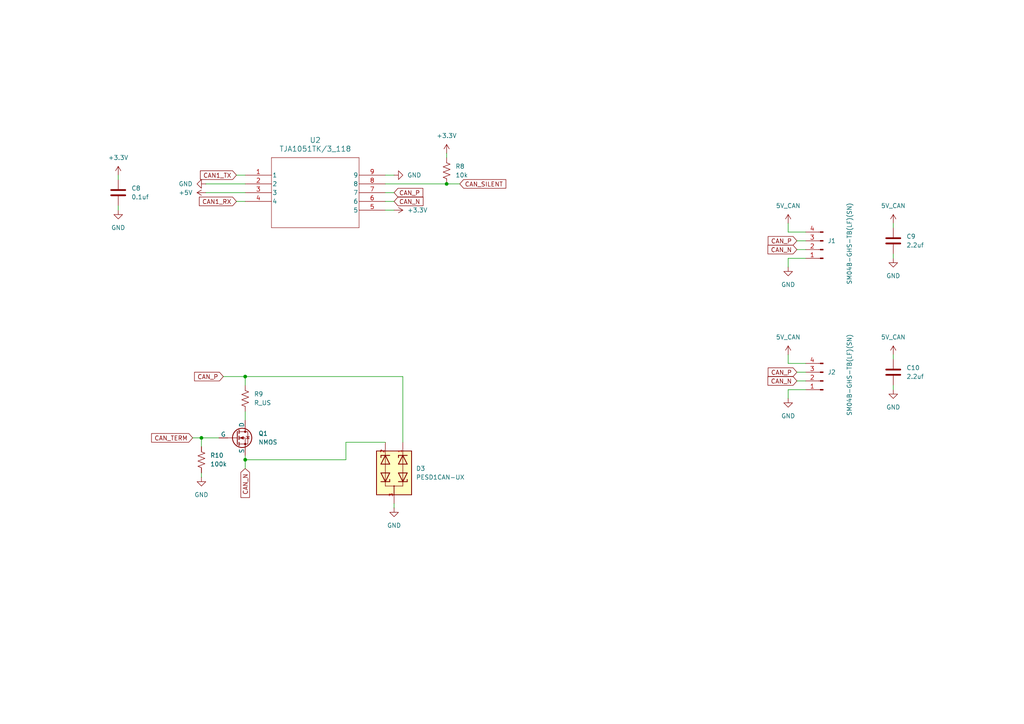
<source format=kicad_sch>
(kicad_sch (version 20250114) (generator "eeschema") (generator_version "9.0")
  (paper "A4")
  (lib_symbols
    (symbol "Connector:Conn_01x04_Pin" (pin_names (offset 1.016) (hide yes))
      (property "Reference" "J" (at 0 5.08 0))
      (property "Value" "Conn_01x04_Pin" (at 0 -7.62 0))
      (symbol "Conn_01x04_Pin_1_1"
        (rectangle (start 0.8636 2.667) (end 0 2.413) (stroke (width 0.1524)) (fill (type outline)))
        (rectangle (start 0.8636 0.127) (end 0 -0.127) (stroke (width 0.1524)) (fill (type outline)))
        (rectangle (start 0.8636 -2.413) (end 0 -2.667) (stroke (width 0.1524)) (fill (type outline)))
        (rectangle (start 0.8636 -4.953) (end 0 -5.207) (stroke (width 0.1524)) (fill (type outline)))
        (polyline (pts (xy 1.27 2.54) (xy 0.8636 2.54)) (stroke (width 0.1524)))
        (polyline (pts (xy 1.27 0) (xy 0.8636 0)) (stroke (width 0.1524)))
        (polyline (pts (xy 1.27 -2.54) (xy 0.8636 -2.54)) (stroke (width 0.1524)))
        (polyline (pts (xy 1.27 -5.08) (xy 0.8636 -5.08)) (stroke (width 0.1524)))
        (pin passive line (at 5.08 2.54 180) (length 3.81) (name "Pin_1") (number "1"))
        (pin passive line (at 5.08 0 180) (length 3.81) (name "Pin_2") (number "2"))
        (pin passive line (at 5.08 -2.54 180) (length 3.81) (name "Pin_3") (number "3"))
        (pin passive line (at 5.08 -5.08 180) (length 3.81) (name "Pin_4") (number "4"))
      )
    )
    (symbol "Device:C" (pin_numbers (hide yes)) (pin_names (offset 0.254))
      (property "Reference" "C" (at 0.635 2.54 0))
      (property "Value" "C" (at 0.635 -2.54 0))
      (symbol "C_0_1"
        (polyline (pts (xy -2.032 0.762) (xy 2.032 0.762)) (stroke (width 0.508)))
        (polyline (pts (xy -2.032 -0.762) (xy 2.032 -0.762)) (stroke (width 0.508)))
      )
      (symbol "C_1_1"
        (pin passive line (at 0 3.81 270) (length 2.794) (name "~") (number "1"))
        (pin passive line (at 0 -3.81 90) (length 2.794) (name "~") (number "2"))
      )
    )
    (symbol "Device:R_US" (pin_numbers (hide yes)) (pin_names (offset 0))
      (property "Reference" "R" (at 2.54 0 90))
      (property "Value" "R_US" (at -2.54 0 90))
      (symbol "R_US_0_1"
        (polyline (pts (xy 0 2.286) (xy 0 2.54)))
        (polyline (pts (xy 0 2.286) (xy 1.016 1.905) (xy 0 1.524) (xy -1.016 1.143) (xy 0 0.762)))
        (polyline (pts (xy 0 0.762) (xy 1.016 0.381) (xy 0 0) (xy -1.016 -0.381) (xy 0 -0.762)))
        (polyline (pts (xy 0 -0.762) (xy 1.016 -1.143) (xy 0 -1.524) (xy -1.016 -1.905) (xy 0 -2.286)))
        (polyline (pts (xy 0 -2.286) (xy 0 -2.54)))
      )
      (symbol "R_US_1_1"
        (pin passive line (at 0 3.81 270) (length 1.27) (name "~") (number "1"))
        (pin passive line (at 0 -3.81 90) (length 1.27) (name "~") (number "2"))
      )
    )
    (symbol "PESD1CAN-UX:PESD1CAN-UX" (pin_names (offset 1.016))
      (property "Reference" "D" (at -5.08 5.842 0))
      (property "Value" "PESD1CAN-UX" (at -5.08 -7.62 0))
      (symbol "PESD1CAN-UX_0_0"
        (rectangle (start -5.08 -5.08) (end 7.62 5.08) (stroke (width 0.254)) (fill (type background)))
        (polyline (pts (xy -3.81 2.54) (xy -3.81 3.81)) (stroke (width 0.254)))
        (polyline (pts (xy -3.81 2.54) (xy -1.27 1.27)) (stroke (width 0.254)))
        (polyline (pts (xy -3.81 1.27) (xy -3.81 2.54)) (stroke (width 0.254)))
        (polyline (pts (xy -3.81 -2.54) (xy -3.81 -1.27)) (stroke (width 0.254)))
        (polyline (pts (xy -3.81 -2.54) (xy -1.27 -3.81)) (stroke (width 0.254)))
        (polyline (pts (xy -3.81 -3.81) (xy -3.81 -2.54)) (stroke (width 0.254)))
        (polyline (pts (xy -3.175 1.27) (xy -3.81 1.27)) (stroke (width 0.254)))
        (polyline (pts (xy -3.175 -3.81) (xy -3.81 -3.81)) (stroke (width 0.254)))
        (polyline (pts (xy -2.54 2.54) (xy 5.08 2.54)) (stroke (width 0.1524)))
        (polyline (pts (xy -1.27 3.81) (xy -3.81 2.54)) (stroke (width 0.254)))
        (polyline (pts (xy -1.27 1.27) (xy -1.27 3.81)) (stroke (width 0.254)))
        (polyline (pts (xy -1.27 -1.27) (xy -3.81 -2.54)) (stroke (width 0.254)))
        (polyline (pts (xy -1.27 -3.81) (xy -1.27 -1.27)) (stroke (width 0.254)))
        (polyline (pts (xy 1.27 3.81) (xy 3.81 2.54)) (stroke (width 0.254)))
        (polyline (pts (xy 1.27 1.27) (xy 1.27 3.81)) (stroke (width 0.254)))
        (polyline (pts (xy 1.27 -1.27) (xy 3.81 -2.54)) (stroke (width 0.254)))
        (polyline (pts (xy 1.27 -3.81) (xy 1.27 -1.27)) (stroke (width 0.254)))
        (polyline (pts (xy 3.175 3.81) (xy 3.81 3.81)) (stroke (width 0.254)))
        (polyline (pts (xy 3.175 -1.27) (xy 3.81 -1.27)) (stroke (width 0.254)))
        (polyline (pts (xy 3.81 2.54) (xy 1.27 1.27)) (stroke (width 0.254)))
        (polyline (pts (xy 3.81 2.54) (xy 3.81 3.81)) (stroke (width 0.254)))
        (polyline (pts (xy 3.81 1.27) (xy 3.81 2.54)) (stroke (width 0.254)))
        (polyline (pts (xy 3.81 -2.54) (xy 1.27 -3.81)) (stroke (width 0.254)))
        (polyline (pts (xy 3.81 -2.54) (xy 3.81 -1.27)) (stroke (width 0.254)))
        (polyline (pts (xy 3.81 -3.81) (xy 3.81 -2.54)) (stroke (width 0.254)))
        (polyline (pts (xy 5.08 2.54) (xy 5.08 0)) (stroke (width 0.1524)))
        (polyline (pts (xy 5.08 0) (xy 5.08 -2.54)) (stroke (width 0.1524)))
        (polyline (pts (xy 5.08 0) (xy 7.62 0)) (stroke (width 0.1524)))
        (circle (center 5.08 0) (radius 0.1016) (stroke (width 0.2032)))
        (polyline (pts (xy 5.08 -2.54) (xy -2.54 -2.54)) (stroke (width 0.1524)))
        (pin passive line (at -7.62 2.54 0) (length 5.08) (name "~") (number "1"))
        (pin passive line (at -7.62 -2.54 0) (length 5.08) (name "~") (number "2"))
        (pin passive line (at 10.16 0 180) (length 5.08) (name "~") (number "3"))
      )
    )
    (symbol "Simulation_SPICE:NMOS" (pin_numbers (hide yes)) (pin_names (offset 0))
      (property "Reference" "Q" (at 5.08 1.27 0))
      (property "Value" "NMOS" (at 5.08 -1.27 0))
      (symbol "NMOS_0_1"
        (polyline (pts (xy 0.254 1.905) (xy 0.254 -1.905)) (stroke (width 0.254)))
        (polyline (pts (xy 0.254 0) (xy -2.54 0)))
        (polyline (pts (xy 0.762 2.286) (xy 0.762 1.27)) (stroke (width 0.254)))
        (polyline (pts (xy 0.762 0.508) (xy 0.762 -0.508)) (stroke (width 0.254)))
        (polyline (pts (xy 0.762 -1.27) (xy 0.762 -2.286)) (stroke (width 0.254)))
        (polyline (pts (xy 0.762 -1.778) (xy 3.302 -1.778) (xy 3.302 1.778) (xy 0.762 1.778)))
        (polyline (pts (xy 1.016 0) (xy 2.032 0.381) (xy 2.032 -0.381) (xy 1.016 0)) (fill (type outline)))
        (circle (center 1.651 0) (radius 2.794) (stroke (width 0.254)))
        (polyline (pts (xy 2.54 2.54) (xy 2.54 1.778)))
        (circle (center 2.54 1.778) (radius 0.254) (fill (type outline)))
        (circle (center 2.54 -1.778) (radius 0.254) (fill (type outline)))
        (polyline (pts (xy 2.54 -2.54) (xy 2.54 0) (xy 0.762 0)))
        (polyline (pts (xy 2.794 0.508) (xy 2.921 0.381) (xy 3.683 0.381) (xy 3.81 0.254)))
        (polyline (pts (xy 3.302 0.381) (xy 2.921 -0.254) (xy 3.683 -0.254) (xy 3.302 0.381)))
      )
      (symbol "NMOS_1_1"
        (pin input line (at -5.08 0 0) (length 2.54) (name "G") (number "2"))
        (pin passive line (at 2.54 5.08 270) (length 2.54) (name "D") (number "1"))
        (pin passive line (at 2.54 -5.08 90) (length 2.54) (name "S") (number "3"))
      )
    )
    (symbol "TJA1051TK_3_118:TJA1051TK_3_118" (pin_names (offset 0.254))
      (property "Reference" "U" (at 20.32 10.16 0))
      (property "Value" "TJA1051TK/3_118" (at 20.32 7.62 0))
      (symbol "TJA1051TK_3_118_0_1"
        (polyline (pts (xy 7.62 5.08) (xy 7.62 -15.24)) (stroke (width 0.127)))
        (polyline (pts (xy 7.62 -15.24) (xy 33.02 -15.24)) (stroke (width 0.127)))
        (polyline (pts (xy 33.02 5.08) (xy 7.62 5.08)) (stroke (width 0.127)))
        (polyline (pts (xy 33.02 -15.24) (xy 33.02 5.08)) (stroke (width 0.127)))
        (pin unspecified line (at 0 0 0) (length 7.62) (name "1") (number "1"))
        (pin unspecified line (at 0 -2.54 0) (length 7.62) (name "2") (number "2"))
        (pin unspecified line (at 0 -5.08 0) (length 7.62) (name "3") (number "3"))
        (pin unspecified line (at 0 -7.62 0) (length 7.62) (name "4") (number "4"))
        (pin unspecified line (at 40.64 0 180) (length 7.62) (name "9") (number "9"))
        (pin unspecified line (at 40.64 -2.54 180) (length 7.62) (name "8") (number "8"))
        (pin unspecified line (at 40.64 -5.08 180) (length 7.62) (name "7") (number "7"))
        (pin unspecified line (at 40.64 -7.62 180) (length 7.62) (name "6") (number "6"))
        (pin unspecified line (at 40.64 -10.16 180) (length 7.62) (name "5") (number "5"))
      )
    )
    (symbol "power:+3.3V" (power) (pin_numbers (hide yes)) (pin_names (offset 0) (hide yes))
      (property "Value" "+3.3V" (at 0 3.556 0))
      (symbol "+3.3V_0_1"
        (polyline (pts (xy -0.762 1.27) (xy 0 2.54)))
        (polyline (pts (xy 0 2.54) (xy 0.762 1.27)))
        (polyline (pts (xy 0 0) (xy 0 2.54)))
      )
      (symbol "+3.3V_1_1"
        (pin power_in line (at 0 0 90) (length 0) (name "~") (number "1"))
      )
    )
    (symbol "power:+5V" (power) (pin_numbers (hide yes)) (pin_names (offset 0) (hide yes))
      (property "Value" "+5V" (at 0 3.556 0))
      (symbol "+5V_0_1"
        (polyline (pts (xy -0.762 1.27) (xy 0 2.54)))
        (polyline (pts (xy 0 2.54) (xy 0.762 1.27)))
        (polyline (pts (xy 0 0) (xy 0 2.54)))
      )
      (symbol "+5V_1_1"
        (pin power_in line (at 0 0 90) (length 0) (name "~") (number "1"))
      )
    )
    (symbol "power:GND" (power) (pin_numbers (hide yes)) (pin_names (offset 0) (hide yes))
      (property "Value" "GND" (at 0 -3.81 0))
      (symbol "GND_0_1"
        (polyline (pts (xy 0 0) (xy 0 -1.27) (xy 1.27 -1.27) (xy 0 -2.54) (xy -1.27 -1.27) (xy 0 -1.27)))
      )
      (symbol "GND_1_1"
        (pin power_in line (at 0 0 270) (length 0) (name "~") (number "1"))
      )
    )
  )
  (junction (at 129.54 53.34))
  (junction (at 71.12 109.22))
  (junction (at 71.12 133.35))
  (junction (at 58.42 127))
  (wire (pts (xy 228.6 115.57) (xy 228.6 113.03)))
  (wire (pts (xy 111.76 53.34) (xy 129.54 53.34)))
  (wire (pts (xy 58.42 129.54) (xy 58.42 127)))
  (wire (pts (xy 111.76 128.27) (xy 100.33 128.27)))
  (wire (pts (xy 71.12 132.08) (xy 71.12 133.35)))
  (wire (pts (xy 59.69 53.34) (xy 71.12 53.34)))
  (wire (pts (xy 228.6 113.03) (xy 233.68 113.03)))
  (wire (pts (xy 231.14 69.85) (xy 233.68 69.85)))
  (wire (pts (xy 116.84 109.22) (xy 71.12 109.22)))
  (wire (pts (xy 228.6 74.93) (xy 233.68 74.93)))
  (wire (pts (xy 228.6 64.77) (xy 228.6 67.31)))
  (wire (pts (xy 71.12 109.22) (xy 71.12 111.76)))
  (wire (pts (xy 228.6 102.87) (xy 228.6 105.41)))
  (wire (pts (xy 64.77 109.22) (xy 71.12 109.22)))
  (wire (pts (xy 259.08 73.66) (xy 259.08 74.93)))
  (wire (pts (xy 259.08 111.76) (xy 259.08 113.03)))
  (wire (pts (xy 100.33 128.27) (xy 100.33 133.35)))
  (wire (pts (xy 116.84 128.27) (xy 116.84 109.22)))
  (wire (pts (xy 114.3 146.05) (xy 114.3 147.32)))
  (wire (pts (xy 59.69 55.88) (xy 71.12 55.88)))
  (wire (pts (xy 231.14 107.95) (xy 233.68 107.95)))
  (wire (pts (xy 259.08 64.77) (xy 259.08 66.04)))
  (wire (pts (xy 111.76 60.96) (xy 114.3 60.96)))
  (wire (pts (xy 34.29 50.8) (xy 34.29 52.07)))
  (wire (pts (xy 228.6 77.47) (xy 228.6 74.93)))
  (wire (pts (xy 68.58 58.42) (xy 71.12 58.42)))
  (wire (pts (xy 129.54 53.34) (xy 133.35 53.34)))
  (wire (pts (xy 71.12 133.35) (xy 71.12 135.89)))
  (wire (pts (xy 228.6 67.31) (xy 233.68 67.31)))
  (wire (pts (xy 68.58 50.8) (xy 71.12 50.8)))
  (wire (pts (xy 71.12 119.38) (xy 71.12 121.92)))
  (wire (pts (xy 111.76 58.42) (xy 114.3 58.42)))
  (wire (pts (xy 129.54 44.45) (xy 129.54 45.72)))
  (wire (pts (xy 231.14 110.49) (xy 233.68 110.49)))
  (wire (pts (xy 100.33 133.35) (xy 71.12 133.35)))
  (wire (pts (xy 228.6 105.41) (xy 233.68 105.41)))
  (wire (pts (xy 231.14 72.39) (xy 233.68 72.39)))
  (wire (pts (xy 259.08 102.87) (xy 259.08 104.14)))
  (wire (pts (xy 58.42 127) (xy 63.5 127)))
  (wire (pts (xy 55.88 127) (xy 58.42 127)))
  (wire (pts (xy 58.42 137.16) (xy 58.42 138.43)))
  (wire (pts (xy 34.29 59.69) (xy 34.29 60.96)))
  (wire (pts (xy 111.76 50.8) (xy 114.3 50.8)))
  (wire (pts (xy 111.76 55.88) (xy 114.3 55.88)))
  (global_label "CAN_P" (shape input) (at 114.3 55.88 0) (property "Intersheetrefs" "${INTERSHEET_REFS}" (effects (hide yes))))
  (global_label "CAN_N" (shape input) (at 71.12 135.89 270) (property "Intersheetrefs" "${INTERSHEET_REFS}" (effects (hide yes))))
  (global_label "CAN_TERM" (shape input) (at 55.88 127 180) (property "Intersheetrefs" "${INTERSHEET_REFS}" (effects (hide yes))))
  (global_label "CAN_N" (shape input) (at 231.14 72.39 180) (property "Intersheetrefs" "${INTERSHEET_REFS}" (effects (hide yes))))
  (global_label "CAN_N" (shape input) (at 114.3 58.42 0) (property "Intersheetrefs" "${INTERSHEET_REFS}" (effects (hide yes))))
  (global_label "CAN1_TX" (shape input) (at 68.58 50.8 180) (property "Intersheetrefs" "${INTERSHEET_REFS}" (effects (hide yes))))
  (global_label "CAN1_RX" (shape input) (at 68.58 58.42 180) (property "Intersheetrefs" "${INTERSHEET_REFS}" (effects (hide yes))))
  (global_label "CAN_P" (shape input) (at 64.77 109.22 180) (property "Intersheetrefs" "${INTERSHEET_REFS}" (effects (hide yes))))
  (global_label "CAN_SILENT" (shape input) (at 133.35 53.34 0) (property "Intersheetrefs" "${INTERSHEET_REFS}" (effects (hide yes))))
  (global_label "CAN_N" (shape input) (at 231.14 110.49 180) (property "Intersheetrefs" "${INTERSHEET_REFS}" (effects (hide yes))))
  (global_label "CAN_P" (shape input) (at 231.14 69.85 180) (property "Intersheetrefs" "${INTERSHEET_REFS}" (effects (hide yes))))
  (global_label "CAN_P" (shape input) (at 231.14 107.95 180) (property "Intersheetrefs" "${INTERSHEET_REFS}" (effects (hide yes))))
  (symbol (lib_id "Connector:Conn_01x04_Pin") (at 238.76 110.49 180) (unit 1)
    (property "Reference" "J2" (at 240.03 107.9499 0) (effects (justify right)))
    (property "Value" "SM04B-GHS-TB(LF)(SN)" (at 246.38 120.65 90) (effects (justify right)))
    (property "Footprint" "Connector_JST:JST_GH_SM04B-GHS-TB_1x04-1MP_P1.25mm_Horizontal" (effects (hide yes)))
    (property "Description" "Generic connector, single row, 01x04, script generated" (effects (hide yes)))
  )
  (symbol (lib_id "power:+3.3V") (at 114.3 60.96 270) (unit 1)
    (property "Reference" "#PWR029" (effects (hide yes)))
    (property "Value" "+3.3V" (at 118.11 60.9599 90) (effects (justify left)))
    (property "Description" "Power symbol creates a global label with name \"+3.3V\"" (effects (hide yes)))
  )
  (symbol (lib_id "power:GND") (at 114.3 50.8 90) (unit 1)
    (property "Reference" "#PWR033" (effects (hide yes)))
    (property "Value" "GND" (at 118.11 50.7999 90) (effects (justify right)))
    (property "Description" "Power symbol creates a global label with name \"GND\" , ground" (effects (hide yes)))
  )
  (symbol (lib_id "power:GND") (at 114.3 147.32 0) (unit 1)
    (property "Reference" "#PWR035" (effects (hide yes)))
    (property "Value" "GND" (at 114.3 152.4 0))
    (property "Description" "Power symbol creates a global label with name \"GND\" , ground" (effects (hide yes)))
  )
  (symbol (lib_id "power:+5V") (at 59.69 55.88 90) (unit 1)
    (property "Reference" "#PWR030" (effects (hide yes)))
    (property "Value" "+5V" (at 55.88 55.8799 90) (effects (justify left)))
    (property "Description" "Power symbol creates a global label with name \"+5V\"" (effects (hide yes)))
  )
  (symbol (lib_id "power:+3.3V") (at 259.08 64.77 0) (unit 1)
    (property "Reference" "#PWR036" (effects (hide yes)))
    (property "Value" "5V_CAN" (at 259.08 59.69 0))
    (property "Description" "Power symbol creates a global label with name \"+3.3V\"" (effects (hide yes)))
  )
  (symbol (lib_id "Device:C") (at 259.08 69.85 0) (unit 1)
    (property "Reference" "C9" (at 262.89 68.5799 0) (effects (justify left)))
    (property "Value" "2.2uf" (at 262.89 71.1199 0) (effects (justify left)))
    (property "Footprint" "Capacitor_SMD:C_0402_1005Metric_Pad0.74x0.62mm_HandSolder" (effects (hide yes)))
    (property "Description" "Unpolarized capacitor" (effects (hide yes)))
  )
  (symbol (lib_id "power:+3.3V") (at 259.08 102.87 0) (unit 1)
    (property "Reference" "#PWR042" (effects (hide yes)))
    (property "Value" "5V_CAN" (at 259.08 97.79 0))
    (property "Description" "Power symbol creates a global label with name \"+3.3V\"" (effects (hide yes)))
  )
  (symbol (lib_id "power:GND") (at 58.42 138.43 0) (unit 1)
    (property "Reference" "#PWR034" (effects (hide yes)))
    (property "Value" "GND" (at 58.42 143.51 0))
    (property "Description" "Power symbol creates a global label with name \"GND\" , ground" (effects (hide yes)))
  )
  (symbol (lib_id "power:GND") (at 34.29 60.96 0) (unit 1)
    (property "Reference" "#PWR028" (effects (hide yes)))
    (property "Value" "GND" (at 34.29 66.04 0))
    (property "Description" "Power symbol creates a global label with name \"GND\" , ground" (effects (hide yes)))
  )
  (symbol (lib_id "Connector:Conn_01x04_Pin") (at 238.76 72.39 180) (unit 1)
    (property "Reference" "J1" (at 240.03 69.8499 0) (effects (justify right)))
    (property "Value" "SM04B-GHS-TB(LF)(SN)" (at 246.38 82.55 90) (effects (justify right)))
    (property "Footprint" "Connector_JST:JST_GH_SM04B-GHS-TB_1x04-1MP_P1.25mm_Horizontal" (effects (hide yes)))
    (property "Description" "Generic connector, single row, 01x04, script generated" (effects (hide yes)))
  )
  (symbol (lib_id "Device:C") (at 259.08 107.95 0) (unit 1)
    (property "Reference" "C10" (at 262.89 106.6799 0) (effects (justify left)))
    (property "Value" "2.2uf" (at 262.89 109.2199 0) (effects (justify left)))
    (property "Footprint" "Capacitor_SMD:C_0402_1005Metric_Pad0.74x0.62mm_HandSolder" (effects (hide yes)))
    (property "Description" "Unpolarized capacitor" (effects (hide yes)))
  )
  (symbol (lib_id "power:GND") (at 259.08 74.93 0) (unit 1)
    (property "Reference" "#PWR037" (effects (hide yes)))
    (property "Value" "GND" (at 259.08 80.01 0))
    (property "Description" "Power symbol creates a global label with name \"GND\" , ground" (effects (hide yes)))
  )
  (symbol (lib_id "power:+3.3V") (at 228.6 102.87 0) (unit 1)
    (property "Reference" "#PWR040" (effects (hide yes)))
    (property "Value" "5V_CAN" (at 228.6 97.79 0))
    (property "Description" "Power symbol creates a global label with name \"+3.3V\"" (effects (hide yes)))
  )
  (symbol (lib_id "Device:R_US") (at 71.12 115.57 0) (unit 1)
    (property "Reference" "R9" (at 73.66 114.2999 0) (effects (justify left)))
    (property "Value" "R_US" (at 73.66 116.8399 0) (effects (justify left)))
    (property "Footprint" "Resistor_SMD:R_0402_1005Metric_Pad0.72x0.64mm_HandSolder" (effects (hide yes)))
    (property "Description" "Resistor, US symbol" (effects (hide yes)))
  )
  (symbol (lib_id "power:GND") (at 59.69 53.34 270) (unit 1)
    (property "Reference" "#PWR031" (effects (hide yes)))
    (property "Value" "GND" (at 55.88 53.3399 90) (effects (justify right)))
    (property "Description" "Power symbol creates a global label with name \"GND\" , ground" (effects (hide yes)))
  )
  (symbol (lib_id "power:GND") (at 228.6 77.47 0) (unit 1)
    (property "Reference" "#PWR039" (effects (hide yes)))
    (property "Value" "GND" (at 228.6 82.55 0))
    (property "Description" "Power symbol creates a global label with name \"GND\" , ground" (effects (hide yes)))
  )
  (symbol (lib_id "Device:R_US") (at 129.54 49.53 180) (unit 1)
    (property "Reference" "R8" (at 132.08 48.2599 0) (effects (justify right)))
    (property "Value" "10k" (at 132.08 50.7999 0) (effects (justify right)))
    (property "Footprint" "Resistor_SMD:R_0402_1005Metric_Pad0.72x0.64mm_HandSolder" (effects (hide yes)))
    (property "Description" "Resistor, US symbol" (effects (hide yes)))
  )
  (symbol (lib_id "power:GND") (at 259.08 113.03 0) (unit 1)
    (property "Reference" "#PWR043" (effects (hide yes)))
    (property "Value" "GND" (at 259.08 118.11 0))
    (property "Description" "Power symbol creates a global label with name \"GND\" , ground" (effects (hide yes)))
  )
  (symbol (lib_id "Simulation_SPICE:NMOS") (at 68.58 127 0) (unit 1)
    (property "Reference" "Q1" (at 74.93 125.7299 0) (effects (justify left)))
    (property "Value" "NMOS" (at 74.93 128.2699 0) (effects (justify left)))
    (property "Footprint" "DMN67D7L-7:SOT91P240X110-3N" (effects (hide yes)))
    (property "Datasheet" "https://ngspice.sourceforge.io/docs/ngspice-html-manual/manual.xhtml#cha_MOSFETs" (effects (hide yes)))
    (property "Description" "N-MOSFET transistor, drain/source/gate" (effects (hide yes)))
    (property "Sim.Device" "NMOS" (effects (hide yes)))
    (property "Sim.Type" "VDMOS" (effects (hide yes)))
    (property "Sim.Pins" "1=D 2=G 3=S" (effects (hide yes)))
  )
  (symbol (lib_id "Device:C") (at 34.29 55.88 0) (unit 1)
    (property "Reference" "C8" (at 38.1 54.6099 0) (effects (justify left)))
    (property "Value" "0.1uf" (at 38.1 57.1499 0) (effects (justify left)))
    (property "Footprint" "Capacitor_SMD:C_0402_1005Metric_Pad0.74x0.62mm_HandSolder" (effects (hide yes)))
    (property "Description" "Unpolarized capacitor" (effects (hide yes)))
  )
  (symbol (lib_id "PESD1CAN-UX:PESD1CAN-UX") (at 114.3 135.89 270) (unit 1)
    (property "Reference" "D3" (at 120.65 135.8899 90) (effects (justify left)))
    (property "Value" "PESD1CAN-UX" (at 120.65 138.4299 90) (effects (justify left)))
    (property "Footprint" "PESD1CAN_UX:SOT65P210X110-3N" (effects (hide yes)))
    (property "MF" "Nexperia USA Inc." (effects (hide yes)))
    (property "DESCRIPTION" "ESD Suppressor Diode TVS Bi-Dir 24V Automotive 3-Pin SC-70 T/R" (effects (hide yes)))
    (property "PACKAGE" "SOT-323 Nexperia USA Inc." (effects (hide yes)))
    (property "PRICE" "None" (effects (hide yes)))
    (property "MP" "PESD1CAN-UX" (effects (hide yes)))
    (property "AVAILABILITY" "In Stock" (effects (hide yes)))
    (property "PURCHASE-URL" "https://pricing.snapeda.com/search/part/PESD1CAN-UX/?ref=eda" (effects (hide yes)))
  )
  (symbol (lib_id "power:+3.3V") (at 228.6 64.77 0) (unit 1)
    (property "Reference" "#PWR038" (effects (hide yes)))
    (property "Value" "5V_CAN" (at 228.6 59.69 0))
    (property "Description" "Power symbol creates a global label with name \"+3.3V\"" (effects (hide yes)))
  )
  (symbol (lib_id "power:GND") (at 228.6 115.57 0) (unit 1)
    (property "Reference" "#PWR041" (effects (hide yes)))
    (property "Value" "GND" (at 228.6 120.65 0))
    (property "Description" "Power symbol creates a global label with name \"GND\" , ground" (effects (hide yes)))
  )
  (symbol (lib_id "power:+3.3V") (at 129.54 44.45 0) (unit 1)
    (property "Reference" "#PWR032" (effects (hide yes)))
    (property "Value" "+3.3V" (at 129.54 39.37 0))
    (property "Description" "Power symbol creates a global label with name \"+3.3V\"" (effects (hide yes)))
  )
  (symbol (lib_id "power:+3.3V") (at 34.29 50.8 0) (unit 1)
    (property "Reference" "#PWR027" (effects (hide yes)))
    (property "Value" "+3.3V" (at 34.29 45.72 0))
    (property "Description" "Power symbol creates a global label with name \"+3.3V\"" (effects (hide yes)))
  )
  (symbol (lib_id "Device:R_US") (at 58.42 133.35 180) (unit 1)
    (property "Reference" "R10" (at 60.96 132.0799 0) (effects (justify right)))
    (property "Value" "100k" (at 60.96 134.6199 0) (effects (justify right)))
    (property "Footprint" "Resistor_SMD:R_0402_1005Metric_Pad0.72x0.64mm_HandSolder" (effects (hide yes)))
    (property "Description" "Resistor, US symbol" (effects (hide yes)))
  )
  (symbol (lib_id "TJA1051TK_3_118:TJA1051TK_3_118") (at 71.12 50.8 0) (unit 1)
    (property "Reference" "U2" (at 91.44 40.64 0) (effects (font (size 1.524 1.524))))
    (property "Value" "TJA1051TK/3_118" (at 91.44 43.18 0) (effects (font (size 1.524 1.524))))
    (property "Footprint" "TJA1051TK_3_118:HVSON08_3X3_NXP" (effects (hide yes)))
    (property "Datasheet" "TJA1051TK/3_118" (effects (hide yes)))
  )
)
</source>
